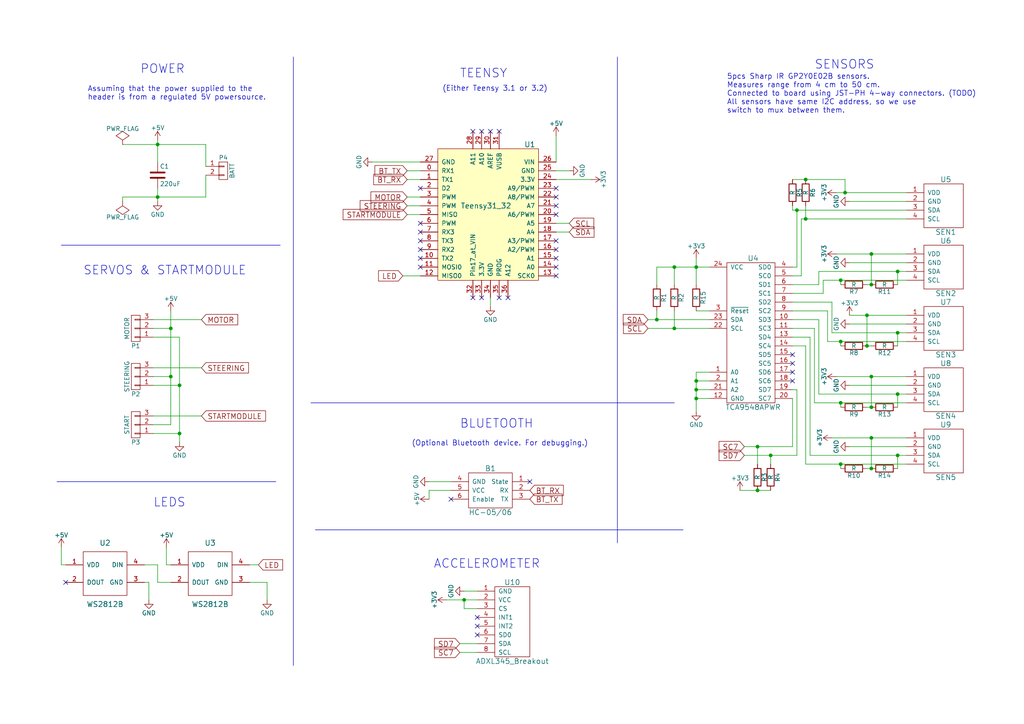
<source format=kicad_sch>
(kicad_sch (version 20230121) (generator eeschema)
  (paper "A4")
  (title_block (title "Folkracer board for Teensy") (date "2016-01-04") (rev "1") (company "NorBot (Frode Lillerud)"))
  (lib_symbols
    (symbol "FrodeLillerud:ADXL345_Breakout" (pin_names (offset 1.016))
      (property "Reference" "U" (at 0 12.7 0))
      (property "Value" "ADXL345_Breakout" (at 0 -10.16 0))
      (property "Datasheet" "https://www.sparkfun.com/products/9836" (at 0 0 0))
      (symbol "ADXL345_Breakout_0_1"
        (rectangle (start -5.08 11.43) (end 5.08 -8.89))
      )
      (symbol "ADXL345_Breakout_1_1"
        (pin power_in line (at -10.16 10.16 0) (length 5.08) (name "GND") (number "1"))
        (pin power_in line (at -10.16 7.62 0) (length 5.08) (name "VCC") (number "2"))
        (pin input line (at -10.16 5.08 0) (length 5.08) (name "CS") (number "3"))
        (pin input line (at -10.16 2.54 0) (length 5.08) (name "INT1") (number "4"))
        (pin input line (at -10.16 0 0) (length 5.08) (name "INT2") (number "5"))
        (pin input line (at -10.16 -2.54 0) (length 5.08) (name "SD0") (number "6"))
        (pin input line (at -10.16 -5.08 0) (length 5.08) (name "SDA") (number "7"))
        (pin input line (at -10.16 -7.62 0) (length 5.08) (name "SCL") (number "8"))
      )
    )
    (symbol "FrodeLillerud:GP2Y0E02B" (pin_names (offset 1.016))
      (property "Reference" "U" (at 0 7.62 0))
      (property "Value" "GP2Y0E02B" (at 0 -7.62 0))
      (property "Datasheet" "http://www.sharp-world.com/products/device/lineup/data/pdf/datasheet/gp2y0e02b_e.pdf" (at 0 1.27 0))
      (symbol "GP2Y0E02B_0_1"
        (rectangle (start -6.35 6.35) (end 5.08 -6.35))
      )
      (symbol "GP2Y0E02B_1_1"
        (pin power_in line (at -11.43 3.81 0) (length 5.08) (name "VDD") (number "1"))
        (pin power_in line (at -11.43 1.27 0) (length 5.08) (name "GND") (number "2"))
        (pin input line (at -11.43 -1.27 0) (length 5.08) (name "SDA") (number "3"))
        (pin input line (at -11.43 -3.81 0) (length 5.08) (name "SCL") (number "4"))
      )
    )
    (symbol "FrodeLillerud:TCA9548APWR" (pin_names (offset 1.016))
      (property "Reference" "U" (at 0 15.24 0))
      (property "Value" "TCA9548APWR" (at 0 -27.94 0))
      (property "Datasheet" "http://www.farnell.com/datasheets/1964233.pdf" (at 1.27 3.81 0))
      (symbol "TCA9548APWR_0_1"
        (rectangle (start -7.62 13.97) (end 6.35 -26.67))
      )
      (symbol "TCA9548APWR_1_1"
        (pin input line (at -12.7 -17.78 0) (length 5.08) (name "A0") (number "1"))
        (pin output line (at 11.43 -2.54 180) (length 5.08) (name "SD3") (number "10"))
        (pin output line (at 11.43 -5.08 180) (length 5.08) (name "SC3") (number "11"))
        (pin input line (at -12.7 -25.4 0) (length 5.08) (name "GND") (number "12"))
        (pin output line (at 11.43 -7.62 180) (length 5.08) (name "SD4") (number "13"))
        (pin output line (at 11.43 -10.16 180) (length 5.08) (name "SC4") (number "14"))
        (pin output line (at 11.43 -12.7 180) (length 5.08) (name "SD5") (number "15"))
        (pin output line (at 11.43 -15.24 180) (length 5.08) (name "SC5") (number "16"))
        (pin output line (at 11.43 -17.78 180) (length 5.08) (name "SD6") (number "17"))
        (pin output line (at 11.43 -20.32 180) (length 5.08) (name "SC6") (number "18"))
        (pin output line (at 11.43 -22.86 180) (length 5.08) (name "SD7") (number "19"))
        (pin input line (at -12.7 -20.32 0) (length 5.08) (name "A1") (number "2"))
        (pin output line (at 11.43 -25.4 180) (length 5.08) (name "SC7") (number "20"))
        (pin input line (at -12.7 -22.86 0) (length 5.08) (name "A2") (number "21"))
        (pin input line (at -12.7 -5.08 0) (length 5.08) (name "SCL") (number "22"))
        (pin input line (at -12.7 -2.54 0) (length 5.08) (name "SDA") (number "23"))
        (pin power_in line (at -12.7 12.7 0) (length 5.08) (name "VCC") (number "24"))
        (pin input line (at -12.7 0 0) (length 5.08) (name "~{Reset}") (number "3"))
        (pin output line (at 11.43 12.7 180) (length 5.08) (name "SD0") (number "4"))
        (pin output line (at 11.43 10.16 180) (length 5.08) (name "SC0") (number "5"))
        (pin output line (at 11.43 7.62 180) (length 5.08) (name "SD1") (number "6"))
        (pin output line (at 11.43 5.08 180) (length 5.08) (name "SC1") (number "7"))
        (pin output line (at 11.43 2.54 180) (length 5.08) (name "SD2") (number "8"))
        (pin output line (at 11.43 0 180) (length 5.08) (name "SC2") (number "9"))
      )
    )
    (symbol "FrodeLillerud:Teensy31_32" (pin_names (offset 1.016))
      (property "Reference" "U" (at 12.7 20.32 0))
      (property "Value" "Teensy31_32" (at 0 2.54 0))
      (symbol "Teensy31_32_0_1"
        (rectangle (start -13.97 19.05) (end 15.24 -19.05) (fill (type background)))
      )
      (symbol "Teensy31_32_1_1"
        (pin bidirectional line (at -19.05 12.7 0) (length 5.08) (name "RX1") (number "0"))
        (pin bidirectional line (at -19.05 10.16 0) (length 5.08) (name "TX1") (number "1"))
        (pin bidirectional line (at -19.05 -12.7 0) (length 5.08) (name "TX2") (number "10"))
        (pin bidirectional line (at -19.05 -15.24 0) (length 5.08) (name "MOSI0") (number "11"))
        (pin bidirectional line (at -19.05 -17.78 0) (length 5.08) (name "MISO0") (number "12"))
        (pin bidirectional line (at 20.32 -17.78 180) (length 5.08) (name "SCK0") (number "13"))
        (pin bidirectional line (at 20.32 -15.24 180) (length 5.08) (name "A0") (number "14"))
        (pin bidirectional line (at 20.32 -12.7 180) (length 5.08) (name "A1") (number "15"))
        (pin bidirectional line (at 20.32 -10.16 180) (length 5.08) (name "A2/PWM") (number "16"))
        (pin bidirectional line (at 20.32 -7.62 180) (length 5.08) (name "A3/PWM") (number "17"))
        (pin bidirectional line (at 20.32 -5.08 180) (length 5.08) (name "A4") (number "18"))
        (pin bidirectional line (at 20.32 -2.54 180) (length 5.08) (name "A5") (number "19"))
        (pin bidirectional line (at -19.05 7.62 0) (length 5.08) (name "D2") (number "2"))
        (pin bidirectional line (at 20.32 0 180) (length 5.08) (name "A6/PWM") (number "20"))
        (pin bidirectional line (at 20.32 2.54 180) (length 5.08) (name "A7") (number "21"))
        (pin bidirectional line (at 20.32 5.08 180) (length 5.08) (name "A8/PWM") (number "22"))
        (pin bidirectional line (at 20.32 7.62 180) (length 5.08) (name "A9/PWM") (number "23"))
        (pin power_out line (at 20.32 10.16 180) (length 5.08) (name "3.3V") (number "24"))
        (pin power_in line (at 20.32 12.7 180) (length 5.08) (name "GND") (number "25"))
        (pin power_in line (at 20.32 15.24 180) (length 5.08) (name "VIN") (number "26"))
        (pin power_in line (at -19.05 15.24 0) (length 5.08) (name "GND") (number "27"))
        (pin bidirectional line (at -3.81 24.13 270) (length 5.08) (name "A11") (number "28"))
        (pin bidirectional line (at -1.27 24.13 270) (length 5.08) (name "A10") (number "29"))
        (pin bidirectional line (at -19.05 5.08 0) (length 5.08) (name "PWM") (number "3"))
        (pin power_in line (at 1.27 24.13 270) (length 5.08) (name "AREF") (number "30"))
        (pin power_in line (at 3.81 24.13 270) (length 5.08) (name "VUSB") (number "31"))
        (pin input line (at -3.81 -24.13 90) (length 5.08) (name "Pin17_at_VIN") (number "32"))
        (pin power_out line (at -1.27 -24.13 90) (length 5.08) (name "3.3V") (number "33"))
        (pin power_in line (at 1.27 -24.13 90) (length 5.08) (name "GND") (number "34"))
        (pin input line (at 3.81 -24.13 90) (length 5.08) (name "PROG") (number "35"))
        (pin input line (at 6.35 -24.13 90) (length 5.08) (name "A12") (number "36"))
        (pin bidirectional line (at -19.05 2.54 0) (length 5.08) (name "PWM") (number "4"))
        (pin bidirectional line (at -19.05 0 0) (length 5.08) (name "MISO") (number "5"))
        (pin bidirectional line (at -19.05 -2.54 0) (length 5.08) (name "PWM") (number "6"))
        (pin bidirectional line (at -19.05 -5.08 0) (length 5.08) (name "RX3") (number "7"))
        (pin bidirectional line (at -19.05 -7.62 0) (length 5.08) (name "TX3") (number "8"))
        (pin bidirectional line (at -19.05 -10.16 0) (length 5.08) (name "RX2") (number "9"))
      )
    )
    (symbol "FrodeLillerud:WS2812B" (pin_names (offset 1.016))
      (property "Reference" "U" (at 0 7.62 0))
      (property "Value" "WS2812B" (at 0 -7.62 0))
      (symbol "WS2812B_0_1"
        (rectangle (start -6.35 6.35) (end 6.35 -6.35))
      )
      (symbol "WS2812B_1_1"
        (pin power_in line (at -11.43 2.54 0) (length 5.08) (name "VDD") (number "1"))
        (pin output line (at -11.43 -2.54 0) (length 5.08) (name "DOUT") (number "2"))
        (pin power_in line (at 11.43 -2.54 180) (length 5.08) (name "GND") (number "3"))
        (pin input line (at 11.43 2.54 180) (length 5.08) (name "DIN") (number "4"))
      )
    )
    (symbol "TeensyFolkrace-rescue:+3.3V" (power) (pin_names (offset 0))
      (property "Value" "+3.3V" (at 0 3.556 0))
      (symbol "+3.3V_0_1"
        (polyline (pts (xy -0.762 1.27) (xy 0 2.54)))
        (polyline (pts (xy 0 0) (xy 0 2.54)))
        (polyline (pts (xy 0 2.54) (xy 0.762 1.27)))
      )
      (symbol "+3.3V_1_1"
        (pin power_in line (at 0 0 90) (length 0) hide (name "+3V3") (number "1"))
      )
    )
    (symbol "TeensyFolkrace-rescue:+5V" (power) (pin_names (offset 0))
      (property "Value" "+5V" (at 0 3.556 0))
      (symbol "+5V_0_1"
        (polyline (pts (xy -0.762 1.27) (xy 0 2.54)))
        (polyline (pts (xy 0 0) (xy 0 2.54)))
        (polyline (pts (xy 0 2.54) (xy 0.762 1.27)))
      )
      (symbol "+5V_1_1"
        (pin power_in line (at 0 0 90) (length 0) hide (name "+5V") (number "1"))
      )
    )
    (symbol "TeensyFolkrace-rescue:C" (pin_numbers hide) (pin_names (offset 0.254))
      (property "Reference" "C" (at 0.635 2.54 0))
      (property "Value" "C" (at 0.635 -2.54 0))
      (symbol "C_0_1"
        (polyline (pts (xy -2.032 -0.762) (xy 2.032 -0.762)) (stroke (width 0.508)))
        (polyline (pts (xy -2.032 0.762) (xy 2.032 0.762)) (stroke (width 0.508)))
      )
      (symbol "C_1_1"
        (pin passive line (at 0 3.81 270) (length 2.794) (name "~") (number "1"))
        (pin passive line (at 0 -3.81 90) (length 2.794) (name "~") (number "2"))
      )
    )
    (symbol "TeensyFolkrace-rescue:CONN_01X02" (pin_names (offset 1.016) hide)
      (property "Reference" "P" (at 0 3.81 0))
      (property "Value" "CONN_01X02" (at 2.54 0 90))
      (symbol "CONN_01X02_0_1"
        (rectangle (start -1.27 -1.143) (end 0.254 -1.397))
        (rectangle (start -1.27 1.397) (end 0.254 1.143))
        (rectangle (start -1.27 2.54) (end 1.27 -2.54))
      )
      (symbol "CONN_01X02_1_1"
        (pin passive line (at -5.08 1.27 0) (length 3.81) (name "P1") (number "1"))
        (pin passive line (at -5.08 -1.27 0) (length 3.81) (name "P2") (number "2"))
      )
    )
    (symbol "TeensyFolkrace-rescue:CONN_01X03" (pin_names (offset 1.016) hide)
      (property "Reference" "P" (at 0 5.08 0))
      (property "Value" "CONN_01X03" (at 2.54 0 90))
      (symbol "CONN_01X03_0_1"
        (rectangle (start -1.27 -2.413) (end 0.254 -2.667))
        (rectangle (start -1.27 0.127) (end 0.254 -0.127))
        (rectangle (start -1.27 2.667) (end 0.254 2.413))
        (rectangle (start -1.27 3.81) (end 1.27 -3.81))
      )
      (symbol "CONN_01X03_1_1"
        (pin passive line (at -5.08 2.54 0) (length 3.81) (name "P1") (number "1"))
        (pin passive line (at -5.08 0 0) (length 3.81) (name "P2") (number "2"))
        (pin passive line (at -5.08 -2.54 0) (length 3.81) (name "P3") (number "3"))
      )
    )
    (symbol "TeensyFolkrace-rescue:GND" (power) (pin_names (offset 0))
      (property "Value" "GND" (at 0 -3.81 0))
      (symbol "GND_0_1"
        (polyline (pts (xy 0 0) (xy 0 -1.27) (xy 1.27 -1.27) (xy 0 -2.54) (xy -1.27 -1.27) (xy 0 -1.27)))
      )
      (symbol "GND_1_1"
        (pin power_in line (at 0 0 270) (length 0) hide (name "GND") (number "1"))
      )
    )
    (symbol "TeensyFolkrace-rescue:HC-05/06" (pin_names (offset 1.016))
      (property "Reference" "B" (at 0 6.35 0))
      (property "Value" "HC-05/06" (at 0 -6.35 0))
      (symbol "HC-05/06_0_1"
        (rectangle (start -6.35 5.08) (end 6.35 -5.08))
      )
      (symbol "HC-05/06_1_1"
        (pin output line (at 11.43 2.54 180) (length 5.08) (name "State") (number "1"))
        (pin output line (at 11.43 0 180) (length 5.08) (name "RX") (number "2"))
        (pin output line (at 11.43 -2.54 180) (length 5.08) (name "TX") (number "3"))
        (pin input line (at -11.43 2.54 0) (length 5.08) (name "GND") (number "4"))
        (pin power_in line (at -11.43 0 0) (length 5.08) (name "VCC") (number "5"))
        (pin input line (at -11.43 -2.54 0) (length 5.08) (name "Enable") (number "6"))
      )
    )
    (symbol "TeensyFolkrace-rescue:PWR_FLAG" (power) (pin_numbers hide) (pin_names (offset 0) hide)
      (property "Value" "PWR_FLAG" (at 0 4.572 0))
      (symbol "PWR_FLAG_0_0"
        (pin power_out line (at 0 0 90) (length 0) (name "pwr") (number "1"))
      )
      (symbol "PWR_FLAG_0_1"
        (polyline (pts (xy 0 0) (xy 0 1.27) (xy -1.905 2.54) (xy 0 3.81) (xy 1.905 2.54) (xy 0 1.27)))
      )
    )
    (symbol "TeensyFolkrace-rescue:R" (pin_numbers hide) (pin_names (offset 0))
      (property "Reference" "R" (at 2.032 0 90))
      (property "Value" "R" (at 0 0 90))
      (symbol "R_0_1"
        (rectangle (start -1.016 -2.54) (end 1.016 2.54) (stroke (width 0.254)))
      )
      (symbol "R_1_1"
        (pin passive line (at 0 3.81 270) (length 1.27) (name "~") (number "1"))
        (pin passive line (at 0 -3.81 90) (length 1.27) (name "~") (number "2"))
      )
    )
  )
  (junction (at 201.93 115.57))
  (junction (at 231.14 60.96))
  (junction (at 260.35 96.52))
  (junction (at 245.11 55.88))
  (junction (at 223.52 132.08))
  (junction (at 252.73 127))
  (junction (at 45.72 41.91))
  (junction (at 260.35 132.08))
  (junction (at 252.73 82.55))
  (junction (at 260.35 114.3))
  (junction (at 201.93 110.49))
  (junction (at 251.46 91.44))
  (junction (at 243.84 99.06))
  (junction (at 252.73 109.22))
  (junction (at 252.73 135.89))
  (junction (at 195.58 95.25))
  (junction (at 243.84 81.28))
  (junction (at 219.71 129.54))
  (junction (at 219.71 142.24))
  (junction (at 252.73 118.11))
  (junction (at 243.84 116.84))
  (junction (at 243.84 134.62))
  (junction (at 190.5 92.71))
  (junction (at 52.07 111.76))
  (junction (at 260.35 78.74))
  (junction (at 252.73 73.66))
  (junction (at 201.93 77.47))
  (junction (at 251.46 100.33))
  (junction (at 134.62 173.99))
  (junction (at 233.68 52.07))
  (junction (at 49.53 109.22))
  (junction (at 52.07 125.73))
  (junction (at 201.93 113.03))
  (junction (at 233.68 63.5))
  (junction (at 45.72 57.15))
  (junction (at 49.53 95.25))
  (junction (at 195.58 77.47))
  (no_connect (at 161.29 77.47))
  (no_connect (at 153.67 139.7))
  (no_connect (at 137.16 38.1))
  (no_connect (at 142.24 38.1))
  (no_connect (at 121.92 74.93))
  (no_connect (at 161.29 80.01))
  (no_connect (at 138.43 184.15))
  (no_connect (at 229.87 102.87))
  (no_connect (at 130.81 144.78))
  (no_connect (at 121.92 72.39))
  (no_connect (at 139.7 38.1))
  (no_connect (at 229.87 110.49))
  (no_connect (at 161.29 69.85))
  (no_connect (at 138.43 179.07))
  (no_connect (at 161.29 72.39))
  (no_connect (at 161.29 54.61))
  (no_connect (at 229.87 105.41))
  (no_connect (at 137.16 86.36))
  (no_connect (at 144.78 38.1))
  (no_connect (at 161.29 57.15))
  (no_connect (at 161.29 62.23))
  (no_connect (at 121.92 69.85))
  (no_connect (at 121.92 67.31))
  (no_connect (at 144.78 86.36))
  (no_connect (at 139.7 86.36))
  (no_connect (at 147.32 86.36))
  (no_connect (at 121.92 54.61))
  (no_connect (at 121.92 64.77))
  (no_connect (at 138.43 181.61))
  (no_connect (at 161.29 59.69))
  (no_connect (at 229.87 107.95))
  (no_connect (at 19.05 168.91))
  (no_connect (at 161.29 74.93))
  (no_connect (at 121.92 77.47))
  (wire (pts (xy 48.26 163.83) (xy 48.26 158.75)))
  (wire (pts (xy 229.87 113.03) (xy 231.14 113.03)))
  (wire (pts (xy 262.89 58.42) (xy 246.38 58.42)))
  (wire (pts (xy 59.69 41.91) (xy 59.69 48.26)))
  (wire (pts (xy 138.43 189.23) (xy 133.35 189.23)))
  (wire (pts (xy 121.92 49.53) (xy 118.11 49.53)))
  (wire (pts (xy 35.56 58.42) (xy 35.56 57.15)))
  (wire (pts (xy 245.11 52.07) (xy 245.11 55.88)))
  (wire (pts (xy 161.29 52.07) (xy 171.45 52.07)))
  (wire (pts (xy 134.62 176.53) (xy 134.62 173.99)))
  (wire (pts (xy 44.45 109.22) (xy 49.53 109.22)))
  (wire (pts (xy 124.46 142.24) (xy 130.81 142.24)))
  (wire (pts (xy 260.35 118.11) (xy 260.35 114.3)))
  (wire (pts (xy 236.22 116.84) (xy 236.22 95.25)))
  (wire (pts (xy 243.84 100.33) (xy 243.84 99.06)))
  (wire (pts (xy 195.58 95.25) (xy 205.74 95.25)))
  (wire (pts (xy 238.76 85.09) (xy 229.87 85.09)))
  (wire (pts (xy 58.42 120.65) (xy 44.45 120.65)))
  (wire (pts (xy 190.5 92.71) (xy 205.74 92.71)))
  (wire (pts (xy 44.45 95.25) (xy 49.53 95.25)))
  (wire (pts (xy 262.89 76.2) (xy 246.38 76.2)))
  (wire (pts (xy 251.46 135.89) (xy 252.73 135.89)))
  (wire (pts (xy 187.96 95.25) (xy 195.58 95.25)))
  (wire (pts (xy 121.92 62.23) (xy 118.11 62.23)))
  (wire (pts (xy 237.49 114.3) (xy 260.35 114.3)))
  (wire (pts (xy 262.89 129.54) (xy 246.38 129.54)))
  (wire (pts (xy 229.87 52.07) (xy 233.68 52.07)))
  (wire (pts (xy 246.38 93.98) (xy 262.89 93.98)))
  (polyline (pts (xy 90.17 116.84) (xy 195.58 116.84)))
  (wire (pts (xy 121.92 80.01) (xy 116.84 80.01)))
  (wire (pts (xy 190.5 92.71) (xy 190.5 90.17)))
  (wire (pts (xy 121.92 57.15) (xy 118.11 57.15)))
  (wire (pts (xy 45.72 40.64) (xy 45.72 41.91)))
  (wire (pts (xy 201.93 115.57) (xy 205.74 115.57)))
  (wire (pts (xy 243.84 134.62) (xy 262.89 134.62)))
  (wire (pts (xy 252.73 82.55) (xy 252.73 73.66)))
  (wire (pts (xy 219.71 129.54) (xy 229.87 129.54)))
  (wire (pts (xy 45.72 54.61) (xy 45.72 57.15)))
  (wire (pts (xy 243.84 118.11) (xy 243.84 116.84)))
  (wire (pts (xy 77.47 168.91) (xy 77.47 173.99)))
  (wire (pts (xy 252.73 127) (xy 262.89 127)))
  (wire (pts (xy 58.42 106.68) (xy 44.45 106.68)))
  (wire (pts (xy 49.53 109.22) (xy 49.53 123.19)))
  (wire (pts (xy 232.41 80.01) (xy 229.87 80.01)))
  (wire (pts (xy 45.72 163.83) (xy 45.72 168.91)))
  (wire (pts (xy 252.73 109.22) (xy 262.89 109.22)))
  (wire (pts (xy 201.93 115.57) (xy 201.93 119.38)))
  (wire (pts (xy 240.03 99.06) (xy 240.03 90.17)))
  (wire (pts (xy 243.84 135.89) (xy 243.84 134.62)))
  (wire (pts (xy 44.45 111.76) (xy 52.07 111.76)))
  (wire (pts (xy 52.07 111.76) (xy 52.07 125.73)))
  (wire (pts (xy 223.52 134.62) (xy 223.52 132.08)))
  (wire (pts (xy 240.03 90.17) (xy 229.87 90.17)))
  (wire (pts (xy 252.73 82.55) (xy 251.46 82.55)))
  (wire (pts (xy 161.29 46.99) (xy 161.29 39.37)))
  (wire (pts (xy 190.5 82.55) (xy 190.5 77.47)))
  (wire (pts (xy 134.62 173.99) (xy 138.43 173.99)))
  (wire (pts (xy 219.71 142.24) (xy 223.52 142.24)))
  (wire (pts (xy 133.35 186.69) (xy 138.43 186.69)))
  (wire (pts (xy 124.46 144.78) (xy 124.46 142.24)))
  (polyline (pts (xy 80.01 139.7) (xy 16.51 139.7)))
  (wire (pts (xy 49.53 123.19) (xy 44.45 123.19)))
  (wire (pts (xy 45.72 57.15) (xy 59.69 57.15)))
  (wire (pts (xy 237.49 82.55) (xy 237.49 78.74)))
  (wire (pts (xy 41.91 163.83) (xy 45.72 163.83)))
  (wire (pts (xy 223.52 132.08) (xy 231.14 132.08)))
  (wire (pts (xy 245.11 55.88) (xy 262.89 55.88)))
  (wire (pts (xy 45.72 57.15) (xy 45.72 58.42)))
  (wire (pts (xy 232.41 63.5) (xy 232.41 80.01)))
  (wire (pts (xy 35.56 57.15) (xy 45.72 57.15)))
  (wire (pts (xy 241.3 96.52) (xy 241.3 87.63)))
  (wire (pts (xy 215.9 129.54) (xy 219.71 129.54)))
  (wire (pts (xy 246.38 91.44) (xy 251.46 91.44)))
  (wire (pts (xy 219.71 134.62) (xy 219.71 129.54)))
  (wire (pts (xy 233.68 100.33) (xy 229.87 100.33)))
  (wire (pts (xy 232.41 63.5) (xy 233.68 63.5)))
  (wire (pts (xy 260.35 132.08) (xy 262.89 132.08)))
  (wire (pts (xy 252.73 73.66) (xy 262.89 73.66)))
  (wire (pts (xy 58.42 92.71) (xy 44.45 92.71)))
  (wire (pts (xy 214.63 142.24) (xy 219.71 142.24)))
  (wire (pts (xy 233.68 134.62) (xy 233.68 100.33)))
  (wire (pts (xy 236.22 95.25) (xy 229.87 95.25)))
  (wire (pts (xy 124.46 139.7) (xy 130.81 139.7)))
  (wire (pts (xy 260.35 96.52) (xy 262.89 96.52)))
  (wire (pts (xy 138.43 176.53) (xy 134.62 176.53)))
  (wire (pts (xy 201.93 77.47) (xy 205.74 77.47)))
  (wire (pts (xy 49.53 90.17) (xy 49.53 95.25)))
  (wire (pts (xy 205.74 107.95) (xy 201.93 107.95)))
  (wire (pts (xy 215.9 132.08) (xy 223.52 132.08)))
  (wire (pts (xy 195.58 77.47) (xy 201.93 77.47)))
  (wire (pts (xy 165.1 67.31) (xy 161.29 67.31)))
  (wire (pts (xy 45.72 41.91) (xy 45.72 46.99)))
  (wire (pts (xy 234.95 132.08) (xy 260.35 132.08)))
  (wire (pts (xy 237.49 78.74) (xy 260.35 78.74)))
  (wire (pts (xy 205.74 110.49) (xy 201.93 110.49)))
  (wire (pts (xy 229.87 77.47) (xy 231.14 77.47)))
  (wire (pts (xy 41.91 168.91) (xy 43.18 168.91)))
  (wire (pts (xy 260.35 114.3) (xy 262.89 114.3)))
  (wire (pts (xy 195.58 82.55) (xy 195.58 77.47)))
  (wire (pts (xy 243.84 81.28) (xy 262.89 81.28)))
  (wire (pts (xy 201.93 77.47) (xy 201.93 82.55)))
  (wire (pts (xy 49.53 95.25) (xy 49.53 109.22)))
  (wire (pts (xy 233.68 59.69) (xy 233.68 63.5)))
  (wire (pts (xy 237.49 92.71) (xy 229.87 92.71)))
  (wire (pts (xy 251.46 100.33) (xy 251.46 91.44)))
  (wire (pts (xy 138.43 171.45) (xy 134.62 171.45)))
  (polyline (pts (xy 81.28 71.12) (xy 17.78 71.12)))
  (wire (pts (xy 246.38 111.76) (xy 262.89 111.76)))
  (wire (pts (xy 17.78 163.83) (xy 19.05 163.83)))
  (wire (pts (xy 195.58 95.25) (xy 195.58 90.17)))
  (wire (pts (xy 237.49 114.3) (xy 237.49 92.71)))
  (wire (pts (xy 59.69 57.15) (xy 59.69 50.8)))
  (wire (pts (xy 241.3 96.52) (xy 260.35 96.52)))
  (wire (pts (xy 242.57 55.88) (xy 245.11 55.88)))
  (wire (pts (xy 243.84 82.55) (xy 243.84 81.28)))
  (wire (pts (xy 43.18 168.91) (xy 43.18 173.99)))
  (wire (pts (xy 231.14 77.47) (xy 231.14 60.96)))
  (wire (pts (xy 238.76 81.28) (xy 243.84 81.28)))
  (wire (pts (xy 201.93 90.17) (xy 205.74 90.17)))
  (wire (pts (xy 233.68 52.07) (xy 245.11 52.07)))
  (wire (pts (xy 229.87 82.55) (xy 237.49 82.55)))
  (wire (pts (xy 231.14 60.96) (xy 262.89 60.96)))
  (wire (pts (xy 252.73 118.11) (xy 252.73 109.22)))
  (wire (pts (xy 190.5 77.47) (xy 195.58 77.47)))
  (wire (pts (xy 201.93 113.03) (xy 205.74 113.03)))
  (wire (pts (xy 260.35 78.74) (xy 262.89 78.74)))
  (wire (pts (xy 252.73 135.89) (xy 252.73 127)))
  (wire (pts (xy 165.1 64.77) (xy 161.29 64.77)))
  (wire (pts (xy 165.1 49.53) (xy 161.29 49.53)))
  (wire (pts (xy 45.72 168.91) (xy 49.53 168.91)))
  (wire (pts (xy 229.87 129.54) (xy 229.87 115.57)))
  (wire (pts (xy 201.93 107.95) (xy 201.93 110.49)))
  (wire (pts (xy 72.39 163.83) (xy 74.93 163.83)))
  (wire (pts (xy 129.54 173.99) (xy 134.62 173.99)))
  (wire (pts (xy 52.07 125.73) (xy 52.07 128.27)))
  (wire (pts (xy 243.84 116.84) (xy 262.89 116.84)))
  (wire (pts (xy 229.87 60.96) (xy 231.14 60.96)))
  (wire (pts (xy 251.46 100.33) (xy 252.73 100.33)))
  (wire (pts (xy 187.96 92.71) (xy 190.5 92.71)))
  (wire (pts (xy 121.92 59.69) (xy 118.11 59.69)))
  (wire (pts (xy 260.35 135.89) (xy 260.35 132.08)))
  (wire (pts (xy 260.35 100.33) (xy 260.35 96.52)))
  (wire (pts (xy 233.68 63.5) (xy 262.89 63.5)))
  (wire (pts (xy 231.14 132.08) (xy 231.14 113.03)))
  (polyline (pts (xy 179.07 16.51) (xy 179.07 157.48)))
  (wire (pts (xy 242.57 73.66) (xy 252.73 73.66)))
  (wire (pts (xy 17.78 158.75) (xy 17.78 163.83)))
  (wire (pts (xy 243.84 99.06) (xy 262.89 99.06)))
  (wire (pts (xy 234.95 132.08) (xy 234.95 97.79)))
  (wire (pts (xy 236.22 116.84) (xy 243.84 116.84)))
  (wire (pts (xy 201.93 110.49) (xy 201.93 113.03)))
  (wire (pts (xy 238.76 81.28) (xy 238.76 85.09)))
  (wire (pts (xy 44.45 97.79) (xy 52.07 97.79)))
  (polyline (pts (xy 91.44 153.67) (xy 198.12 153.67)))
  (wire (pts (xy 201.93 113.03) (xy 201.93 115.57)))
  (wire (pts (xy 35.56 41.91) (xy 45.72 41.91)))
  (wire (pts (xy 260.35 82.55) (xy 260.35 78.74)))
  (wire (pts (xy 241.3 127) (xy 252.73 127)))
  (wire (pts (xy 251.46 118.11) (xy 252.73 118.11)))
  (wire (pts (xy 52.07 97.79) (xy 52.07 111.76)))
  (wire (pts (xy 49.53 163.83) (xy 48.26 163.83)))
  (wire (pts (xy 201.93 74.93) (xy 201.93 77.47)))
  (wire (pts (xy 234.95 97.79) (xy 229.87 97.79)))
  (polyline (pts (xy 85.09 193.04) (xy 85.09 16.51)))
  (wire (pts (xy 142.24 86.36) (xy 142.24 88.9)))
  (wire (pts (xy 240.03 99.06) (xy 243.84 99.06)))
  (wire (pts (xy 229.87 59.69) (xy 229.87 60.96)))
  (wire (pts (xy 242.57 109.22) (xy 252.73 109.22)))
  (wire (pts (xy 121.92 52.07) (xy 118.11 52.07)))
  (wire (pts (xy 241.3 87.63) (xy 229.87 87.63)))
  (wire (pts (xy 107.95 46.99) (xy 121.92 46.99)))
  (wire (pts (xy 72.39 168.91) (xy 77.47 168.91)))
  (wire (pts (xy 233.68 134.62) (xy 243.84 134.62)))
  (wire (pts (xy 45.72 41.91) (xy 59.69 41.91)))
  (wire (pts (xy 52.07 125.73) (xy 44.45 125.73)))
  (wire (pts (xy 251.46 91.44) (xy 262.89 91.44)))
  (text "BLUETOOTH" (at 133.35 124.46 0) (effects (font (size 2.5146 2.5146)) (justify left bottom)))
  (text "LEDS" (at 44.45 147.32 0) (effects (font (size 2.5146 2.5146)) (justify left bottom)))
  (text "(Either Teensy 3.1 or 3.2)" (at 128.27 26.67 0) (effects (font (size 1.524 1.524)) (justify left bottom)))
  (text "SENSORS" (at 236.22 20.32 0) (effects (font (size 2.5146 2.5146)) (justify left bottom)))
  (text "Assuming that the power supplied to the \nheader is from a regulated 5V powersource." (at 25.4 29.21 0) (effects (font (size 1.524 1.524)) (justify left bottom)))
  (text "TEENSY" (at 133.35 22.86 0) (effects (font (size 2.5146 2.5146)) (justify left bottom)))
  (text "5pcs Sharp IR GP2Y0E02B sensors.\nMeasures range from 4 cm to 50 cm.\nConnected to board using JST-PH 4-way connectors. (TODO)\nAll sensors have same I2C address, so we use \nswitch to mux between them." (at 210.82 33.02 0) (effects (font (size 1.524 1.524)) (justify left bottom)))
  (text "ACCELEROMETER" (at 125.73 165.1 0) (effects (font (size 2.5146 2.5146)) (justify left bottom)))
  (text "POWER" (at 40.64 21.59 0) (effects (font (size 2.5146 2.5146)) (justify left bottom)))
  (text "(Optional Bluetooth device. For debugging.)" (at 119.38 129.54 0) (effects (font (size 1.524 1.524)) (justify left bottom)))
  (text "SERVOS & STARTMODULE" (at 24.13 80.01 0) (effects (font (size 2.5146 2.5146)) (justify left bottom)))
  (global_label "SCL" (shape input) (at 165.1 64.77 0) (effects (font (size 1.524 1.524))) (property "Intersheetrefs" "${INTERSHEET_REFS}" (effects hide)))
  (global_label "STEERING" (shape input) (at 118.11 59.69 180) (effects (font (size 1.524 1.524))) (property "Intersheetrefs" "${INTERSHEET_REFS}" (effects hide)))
  (global_label "BT_TX" (shape input) (at 153.67 144.78 0) (effects (font (size 1.524 1.524))) (property "Intersheetrefs" "${INTERSHEET_REFS}" (effects hide)))
  (global_label "SDA" (shape input) (at 187.96 92.71 180) (effects (font (size 1.524 1.524))) (property "Intersheetrefs" "${INTERSHEET_REFS}" (effects hide)))
  (global_label "SC7" (shape input) (at 215.9 129.54 180) (effects (font (size 1.524 1.524))) (property "Intersheetrefs" "${INTERSHEET_REFS}" (effects hide)))
  (global_label "MOTOR" (shape input) (at 118.11 57.15 180) (effects (font (size 1.524 1.524))) (property "Intersheetrefs" "${INTERSHEET_REFS}" (effects hide)))
  (global_label "STEERING" (shape input) (at 58.42 106.68 0) (effects (font (size 1.524 1.524))) (property "Intersheetrefs" "${INTERSHEET_REFS}" (effects hide)))
  (global_label "BT_RX" (shape input) (at 153.67 142.24 0) (effects (font (size 1.524 1.524))) (property "Intersheetrefs" "${INTERSHEET_REFS}" (effects hide)))
  (global_label "BT_RX" (shape input) (at 118.11 52.07 180) (effects (font (size 1.524 1.524))) (property "Intersheetrefs" "${INTERSHEET_REFS}" (effects hide)))
  (global_label "BT_TX" (shape input) (at 118.11 49.53 180) (effects (font (size 1.524 1.524))) (property "Intersheetrefs" "${INTERSHEET_REFS}" (effects hide)))
  (global_label "SCL" (shape input) (at 187.96 95.25 180) (effects (font (size 1.524 1.524))) (property "Intersheetrefs" "${INTERSHEET_REFS}" (effects hide)))
  (global_label "LED" (shape input) (at 74.93 163.83 0) (effects (font (size 1.524 1.524))) (property "Intersheetrefs" "${INTERSHEET_REFS}" (effects hide)))
  (global_label "SD7" (shape input) (at 215.9 132.08 180) (effects (font (size 1.524 1.524))) (property "Intersheetrefs" "${INTERSHEET_REFS}" (effects hide)))
  (global_label "STARTMODULE" (shape input) (at 118.11 62.23 180) (effects (font (size 1.524 1.524))) (property "Intersheetrefs" "${INTERSHEET_REFS}" (effects hide)))
  (global_label "LED" (shape input) (at 116.84 80.01 180) (effects (font (size 1.524 1.524))) (property "Intersheetrefs" "${INTERSHEET_REFS}" (effects hide)))
  (global_label "SC7" (shape input) (at 133.35 189.23 180) (effects (font (size 1.524 1.524))) (property "Intersheetrefs" "${INTERSHEET_REFS}" (effects hide)))
  (global_label "STARTMODULE" (shape input) (at 58.42 120.65 0) (effects (font (size 1.524 1.524))) (property "Intersheetrefs" "${INTERSHEET_REFS}" (effects hide)))
  (global_label "SDA" (shape input) (at 165.1 67.31 0) (effects (font (size 1.524 1.524))) (property "Intersheetrefs" "${INTERSHEET_REFS}" (effects hide)))
  (global_label "MOTOR" (shape input) (at 58.42 92.71 0) (effects (font (size 1.524 1.524))) (property "Intersheetrefs" "${INTERSHEET_REFS}" (effects hide)))
  (global_label "SD7" (shape input) (at 133.35 186.69 180) (effects (font (size 1.524 1.524))) (property "Intersheetrefs" "${INTERSHEET_REFS}" (effects hide)))
  (symbol (lib_id "TeensyFolkrace-rescue:+5V") (at 161.29 39.37 0) (unit 1)
    (property "Reference" "#PWR01" (effects hide))
    (property "Value" "+5V" (at 161.29 35.814 0))
  )
  (symbol (lib_id "TeensyFolkrace-rescue:GND") (at 165.1 49.53 90) (unit 1)
    (property "Reference" "#PWR02" (effects hide))
    (property "Value" "GND" (at 168.91 49.53 0))
  )
  (symbol (lib_id "TeensyFolkrace-rescue:CONN_01X03") (at 39.37 95.25 180) (unit 1)
    (property "Reference" "P1" (at 39.37 100.33 0))
    (property "Value" "MOTOR" (at 36.83 95.25 90))
    (property "Footprint" "Pin_Headers:Pin_Header_Straight_1x03" (effects hide))
  )
  (symbol (lib_id "TeensyFolkrace-rescue:CONN_01X03") (at 39.37 109.22 180) (unit 1)
    (property "Reference" "P2" (at 39.37 114.3 0))
    (property "Value" "STEERING" (at 36.83 109.22 90))
    (property "Footprint" "Pin_Headers:Pin_Header_Straight_1x03" (effects hide))
  )
  (symbol (lib_id "TeensyFolkrace-rescue:CONN_01X03") (at 39.37 123.19 180) (unit 1)
    (property "Reference" "P3" (at 39.37 128.27 0))
    (property "Value" "START" (at 36.83 123.19 90))
    (property "Footprint" "Pin_Headers:Pin_Header_Straight_1x03" (effects hide))
  )
  (symbol (lib_id "TeensyFolkrace-rescue:+5V") (at 49.53 90.17 0) (unit 1)
    (property "Reference" "#PWR03" (effects hide))
    (property "Value" "+5V" (at 49.53 86.614 0))
  )
  (symbol (lib_id "TeensyFolkrace-rescue:GND") (at 52.07 128.27 0) (unit 1)
    (property "Reference" "#PWR04" (effects hide))
    (property "Value" "GND" (at 52.07 132.08 0))
  )
  (symbol (lib_id "TeensyFolkrace-rescue:+5V") (at 45.72 40.64 0) (unit 1)
    (property "Reference" "#PWR010" (effects hide))
    (property "Value" "+5V" (at 45.72 37.084 0))
  )
  (symbol (lib_id "TeensyFolkrace-rescue:GND") (at 45.72 58.42 0) (unit 1)
    (property "Reference" "#PWR05" (effects hide))
    (property "Value" "GND" (at 45.72 62.23 0))
  )
  (symbol (lib_id "TeensyFolkrace-rescue:C") (at 45.72 50.8 0) (unit 1)
    (property "Reference" "C1" (at 46.355 48.26 0) (effects (justify left)))
    (property "Value" "220uF" (at 46.355 53.34 0) (effects (justify left)))
    (property "Footprint" "Capacitors_SMD:C_0603_HandSoldering" (effects hide))
  )
  (symbol (lib_id "TeensyFolkrace-rescue:+3.3V") (at 171.45 52.07 270) (unit 1)
    (property "Reference" "#PWR06" (effects hide))
    (property "Value" "+3.3V" (at 175.006 52.07 0))
  )
  (symbol (lib_id "TeensyFolkrace-rescue:HC-05/06") (at 142.24 142.24 0) (unit 1)
    (property "Reference" "B1" (at 142.24 135.89 0) (effects (font (size 1.524 1.524))))
    (property "Value" "HC-05/06" (at 142.24 148.59 0) (effects (font (size 1.524 1.524))))
    (property "Footprint" "Pin_Headers:Pin_Header_Straight_1x06" (effects hide))
  )
  (symbol (lib_id "TeensyFolkrace-rescue:GND") (at 124.46 139.7 270) (unit 1)
    (property "Reference" "#PWR07" (effects hide))
    (property "Value" "GND" (at 120.65 139.7 0))
  )
  (symbol (lib_id "TeensyFolkrace-rescue:+5V") (at 124.46 144.78 90) (unit 1)
    (property "Reference" "#PWR08" (effects hide))
    (property "Value" "+5V" (at 120.904 144.78 0))
  )
  (symbol (lib_id "TeensyFolkrace-rescue:PWR_FLAG") (at 35.56 41.91 0) (unit 1)
    (property "Reference" "#FLG09" (effects hide))
    (property "Value" "PWR_FLAG" (at 35.56 37.338 0))
  )
  (symbol (lib_id "FrodeLillerud:WS2812B") (at 60.96 166.37 0) (unit 1)
    (property "Reference" "U3" (at 60.96 157.48 0) (effects (font (size 1.524 1.524))))
    (property "Value" "WS2812B" (at 60.96 175.26 0) (effects (font (size 1.524 1.524))))
    (property "Footprint" "Footprints:WS2812B" (effects hide))
  )
  (symbol (lib_id "FrodeLillerud:WS2812B") (at 30.48 166.37 0) (unit 1)
    (property "Reference" "U2" (at 30.48 157.48 0) (effects (font (size 1.524 1.524))))
    (property "Value" "WS2812B" (at 30.48 175.26 0) (effects (font (size 1.524 1.524))))
    (property "Footprint" "Footprints:WS2812B" (effects hide))
  )
  (symbol (lib_id "TeensyFolkrace-rescue:GND") (at 77.47 173.99 0) (unit 1)
    (property "Reference" "#PWR011" (effects hide))
    (property "Value" "GND" (at 77.47 177.8 0))
  )
  (symbol (lib_id "TeensyFolkrace-rescue:GND") (at 43.18 173.99 0) (unit 1)
    (property "Reference" "#PWR012" (effects hide))
    (property "Value" "GND" (at 43.18 177.8 0))
  )
  (symbol (lib_id "TeensyFolkrace-rescue:+5V") (at 48.26 158.75 0) (unit 1)
    (property "Reference" "#PWR013" (effects hide))
    (property "Value" "+5V" (at 48.26 155.194 0))
  )
  (symbol (lib_id "TeensyFolkrace-rescue:+5V") (at 17.78 158.75 0) (unit 1)
    (property "Reference" "#PWR014" (effects hide))
    (property "Value" "+5V" (at 17.78 155.194 0))
  )
  (symbol (lib_id "FrodeLillerud:ADXL345_Breakout") (at 148.59 181.61 0) (unit 1)
    (property "Reference" "U10" (at 148.59 168.91 0) (effects (font (size 1.524 1.524))))
    (property "Value" "ADXL345_Breakout" (at 148.59 191.77 0) (effects (font (size 1.524 1.524))))
    (property "Footprint" "Pin_Headers:Pin_Header_Straight_1x08" (effects hide))
  )
  (symbol (lib_id "TeensyFolkrace-rescue:GND") (at 134.62 171.45 270) (unit 1)
    (property "Reference" "#PWR023" (effects hide))
    (property "Value" "GND" (at 130.81 171.45 0))
  )
  (symbol (lib_id "TeensyFolkrace-rescue:PWR_FLAG") (at 35.56 58.42 180) (unit 1)
    (property "Reference" "#FLG015" (effects hide))
    (property "Value" "PWR_FLAG" (at 35.56 62.992 0))
  )
  (symbol (lib_id "TeensyFolkrace-rescue:GND") (at 142.24 88.9 0) (unit 1)
    (property "Reference" "#PWR016" (effects hide))
    (property "Value" "GND" (at 142.24 92.71 0))
  )
  (symbol (lib_id "FrodeLillerud:TCA9548APWR") (at 218.44 90.17 0) (unit 1)
    (property "Reference" "U4" (at 218.44 74.93 0) (effects (font (size 1.524 1.524))))
    (property "Value" "TCA9548APWR" (at 218.44 118.11 0) (effects (font (size 1.524 1.524))))
    (property "Footprint" "Housings_SSOP:TSSOP-24_4.4x7.8mm_Pitch0.65mm" (effects hide))
  )
  (symbol (lib_id "TeensyFolkrace-rescue:GND") (at 201.93 119.38 0) (unit 1)
    (property "Reference" "#PWR017" (effects hide))
    (property "Value" "GND" (at 201.93 123.19 0))
  )
  (symbol (lib_id "FrodeLillerud:GP2Y0E02B") (at 274.32 59.69 0) (unit 1)
    (property "Reference" "U5" (at 274.32 52.07 0) (effects (font (size 1.524 1.524))))
    (property "Value" "SEN1" (at 274.32 67.31 0) (effects (font (size 1.524 1.524))))
    (property "Footprint" "Pin_Headers:Pin_Header_Straight_1x04" (effects hide))
  )
  (symbol (lib_id "FrodeLillerud:GP2Y0E02B") (at 274.32 77.47 0) (unit 1)
    (property "Reference" "U6" (at 274.32 69.85 0) (effects (font (size 1.524 1.524))))
    (property "Value" "SEN2" (at 274.32 85.09 0) (effects (font (size 1.524 1.524))))
    (property "Footprint" "Pin_Headers:Pin_Header_Straight_1x04" (effects hide))
  )
  (symbol (lib_id "FrodeLillerud:GP2Y0E02B") (at 274.32 95.25 0) (unit 1)
    (property "Reference" "U7" (at 274.32 87.63 0) (effects (font (size 1.524 1.524))))
    (property "Value" "SEN3" (at 274.32 102.87 0) (effects (font (size 1.524 1.524))))
    (property "Footprint" "Pin_Headers:Pin_Header_Straight_1x04" (effects hide))
  )
  (symbol (lib_id "FrodeLillerud:GP2Y0E02B") (at 274.32 113.03 0) (unit 1)
    (property "Reference" "U8" (at 274.32 105.41 0) (effects (font (size 1.524 1.524))))
    (property "Value" "SEN4" (at 274.32 120.65 0) (effects (font (size 1.524 1.524))))
    (property "Footprint" "Pin_Headers:Pin_Header_Straight_1x04" (effects hide))
  )
  (symbol (lib_id "FrodeLillerud:GP2Y0E02B") (at 274.32 130.81 0) (unit 1)
    (property "Reference" "U9" (at 274.32 123.19 0) (effects (font (size 1.524 1.524))))
    (property "Value" "SEN5" (at 274.32 138.43 0) (effects (font (size 1.524 1.524))))
    (property "Footprint" "Pin_Headers:Pin_Header_Straight_1x04" (effects hide))
  )
  (symbol (lib_id "TeensyFolkrace-rescue:GND") (at 246.38 111.76 270) (unit 1)
    (property "Reference" "#PWR018" (effects hide))
    (property "Value" "GND" (at 242.57 111.76 0))
  )
  (symbol (lib_id "TeensyFolkrace-rescue:GND") (at 246.38 76.2 270) (unit 1)
    (property "Reference" "#PWR019" (effects hide))
    (property "Value" "GND" (at 242.57 76.2 0))
  )
  (symbol (lib_id "TeensyFolkrace-rescue:GND") (at 246.38 58.42 270) (unit 1)
    (property "Reference" "#PWR020" (effects hide))
    (property "Value" "GND" (at 242.57 58.42 0))
  )
  (symbol (lib_id "TeensyFolkrace-rescue:GND") (at 246.38 129.54 270) (unit 1)
    (property "Reference" "#PWR021" (effects hide))
    (property "Value" "GND" (at 242.57 129.54 0))
  )
  (symbol (lib_id "TeensyFolkrace-rescue:GND") (at 246.38 93.98 270) (unit 1)
    (property "Reference" "#PWR022" (effects hide))
    (property "Value" "GND" (at 242.57 93.98 0))
  )
  (symbol (lib_id "FrodeLillerud:Teensy31_32") (at 140.97 62.23 0) (unit 1)
    (property "Reference" "U1" (at 153.67 41.91 0) (effects (font (size 1.524 1.524))))
    (property "Value" "Teensy31_32" (at 140.97 59.69 0) (effects (font (size 1.524 1.524))))
    (property "Footprint" "Footprints:Teensy31_32" (effects hide))
  )
  (symbol (lib_id "TeensyFolkrace-rescue:GND") (at 107.95 46.99 270) (unit 1)
    (property "Reference" "#PWR024" (effects hide))
    (property "Value" "GND" (at 104.14 46.99 0))
  )
  (symbol (lib_id "TeensyFolkrace-rescue:CONN_01X02") (at 64.77 49.53 0) (unit 1)
    (property "Reference" "P4" (at 64.77 45.72 0))
    (property "Value" "BATT" (at 67.31 49.53 90))
    (property "Footprint" "Pin_Headers:Pin_Header_Straight_1x02" (effects hide))
  )
  (symbol (lib_id "TeensyFolkrace-rescue:+3.3V") (at 129.54 173.99 90) (unit 1)
    (property "Reference" "#PWR025" (effects hide))
    (property "Value" "+3.3V" (at 125.984 173.99 0))
  )
  (symbol (lib_id "TeensyFolkrace-rescue:R") (at 190.5 86.36 0) (unit 1)
    (property "Reference" "R1" (at 192.532 86.36 90))
    (property "Value" "R" (at 190.5 86.36 90))
    (property "Footprint" "Resistors_SMD:R_0603_HandSoldering" (effects hide))
  )
  (symbol (lib_id "TeensyFolkrace-rescue:R") (at 195.58 86.36 0) (unit 1)
    (property "Reference" "R2" (at 197.612 86.36 90))
    (property "Value" "R" (at 195.58 86.36 90))
    (property "Footprint" "Resistors_SMD:R_0603_HandSoldering" (effects hide))
  )
  (symbol (lib_id "TeensyFolkrace-rescue:R") (at 233.68 55.88 0) (unit 1)
    (property "Reference" "R6" (at 235.712 55.88 90))
    (property "Value" "R" (at 233.68 55.88 90))
    (property "Footprint" "Resistors_SMD:R_0603_HandSoldering" (effects hide))
  )
  (symbol (lib_id "TeensyFolkrace-rescue:R") (at 229.87 55.88 0) (unit 1)
    (property "Reference" "R5" (at 231.902 55.88 90))
    (property "Value" "R" (at 229.87 55.88 90))
    (property "Footprint" "Resistors_SMD:R_0603_HandSoldering" (effects hide))
  )
  (symbol (lib_id "TeensyFolkrace-rescue:R") (at 247.65 82.55 270) (unit 1)
    (property "Reference" "R7" (at 247.65 84.582 90))
    (property "Value" "R" (at 247.65 82.55 90))
    (property "Footprint" "Resistors_SMD:R_0603_HandSoldering" (effects hide))
  )
  (symbol (lib_id "TeensyFolkrace-rescue:R") (at 256.54 82.55 270) (unit 1)
    (property "Reference" "R11" (at 256.54 84.582 90))
    (property "Value" "R" (at 256.54 82.55 90))
    (property "Footprint" "Resistors_SMD:R_0603_HandSoldering" (effects hide))
  )
  (symbol (lib_id "TeensyFolkrace-rescue:R") (at 247.65 100.33 270) (unit 1)
    (property "Reference" "R8" (at 247.65 102.362 90))
    (property "Value" "R" (at 247.65 100.33 90))
    (property "Footprint" "Resistors_SMD:R_0603_HandSoldering" (effects hide))
  )
  (symbol (lib_id "TeensyFolkrace-rescue:R") (at 256.54 100.33 270) (unit 1)
    (property "Reference" "R12" (at 256.54 102.362 90))
    (property "Value" "R" (at 256.54 100.33 90))
    (property "Footprint" "Resistors_SMD:R_0603_HandSoldering" (effects hide))
  )
  (symbol (lib_id "TeensyFolkrace-rescue:R") (at 247.65 118.11 270) (unit 1)
    (property "Reference" "R9" (at 247.65 120.142 90))
    (property "Value" "R" (at 247.65 118.11 90))
    (property "Footprint" "Resistors_SMD:R_0603_HandSoldering" (effects hide))
  )
  (symbol (lib_id "TeensyFolkrace-rescue:R") (at 256.54 118.11 270) (unit 1)
    (property "Reference" "R13" (at 256.54 120.142 90))
    (property "Value" "R" (at 256.54 118.11 90))
    (property "Footprint" "Resistors_SMD:R_0603_HandSoldering" (effects hide))
  )
  (symbol (lib_id "TeensyFolkrace-rescue:R") (at 247.65 135.89 270) (unit 1)
    (property "Reference" "R10" (at 247.65 137.922 90))
    (property "Value" "R" (at 247.65 135.89 90))
    (property "Footprint" "Resistors_SMD:R_0603_HandSoldering" (effects hide))
  )
  (symbol (lib_id "TeensyFolkrace-rescue:R") (at 256.54 135.89 270) (unit 1)
    (property "Reference" "R14" (at 256.54 137.922 90))
    (property "Value" "R" (at 256.54 135.89 90))
    (property "Footprint" "Resistors_SMD:R_0603_HandSoldering" (effects hide))
  )
  (symbol (lib_id "TeensyFolkrace-rescue:R") (at 219.71 138.43 0) (unit 1)
    (property "Reference" "R3" (at 221.742 138.43 90))
    (property "Value" "R" (at 219.71 138.43 90))
    (property "Footprint" "Resistors_SMD:R_0603_HandSoldering" (effects hide))
  )
  (symbol (lib_id "TeensyFolkrace-rescue:R") (at 223.52 138.43 0) (unit 1)
    (property "Reference" "R4" (at 225.552 138.43 90))
    (property "Value" "R" (at 223.52 138.43 90))
    (property "Footprint" "Resistors_SMD:R_0603_HandSoldering" (effects hide))
  )
  (symbol (lib_id "TeensyFolkrace-rescue:+3.3V") (at 242.57 55.88 90) (unit 1)
    (property "Reference" "#PWR026" (effects hide))
    (property "Value" "+3.3V" (at 239.014 55.88 0))
  )
  (symbol (lib_id "TeensyFolkrace-rescue:+3.3V") (at 242.57 73.66 90) (unit 1)
    (property "Reference" "#PWR027" (effects hide))
    (property "Value" "+3.3V" (at 239.014 73.66 0))
  )
  (symbol (lib_id "TeensyFolkrace-rescue:+3.3V") (at 246.38 91.44 0) (unit 1)
    (property "Reference" "#PWR028" (effects hide))
    (property "Value" "+3.3V" (at 246.38 87.884 0))
  )
  (symbol (lib_id "TeensyFolkrace-rescue:+3.3V") (at 242.57 109.22 90) (unit 1)
    (property "Reference" "#PWR029" (effects hide))
    (property "Value" "+3.3V" (at 239.014 109.22 0))
  )
  (symbol (lib_id "TeensyFolkrace-rescue:+3.3V") (at 241.3 127 90) (unit 1)
    (property "Reference" "#PWR030" (effects hide))
    (property "Value" "+3.3V" (at 237.744 127 0))
  )
  (symbol (lib_id "TeensyFolkrace-rescue:+3.3V") (at 214.63 142.24 0) (unit 1)
    (property "Reference" "#PWR031" (effects hide))
    (property "Value" "+3.3V" (at 214.63 138.684 0))
  )
  (symbol (lib_id "TeensyFolkrace-rescue:+3.3V") (at 201.93 74.93 0) (unit 1)
    (property "Reference" "#PWR032" (effects hide))
    (property "Value" "+3.3V" (at 201.93 71.374 0))
  )
  (symbol (lib_id "TeensyFolkrace-rescue:R") (at 201.93 86.36 0) (unit 1)
    (property "Reference" "R15" (at 203.962 86.36 90))
    (property "Value" "R" (at 201.93 86.36 90))
    (property "Footprint" "Resistors_SMD:R_0603_HandSoldering" (effects hide))
  )
)
</source>
